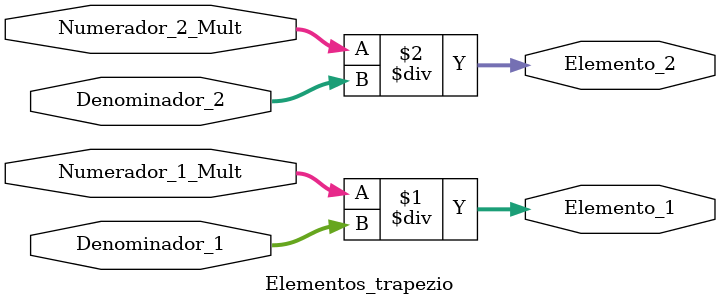
<source format=v>
/*============================================================================================================
 Este programa tem a finalidade de realizar a divisão dos numeradores e denominadores  para a função trapezoidal:
              --------------------------------------------------------------
				  mudar* trimf (X;A,B,C) = max(min{[(x-a)/(b-a)],[(c-x)/(c-b)],[0]} 
				  --------------------------------------------------------------
Onde: Numerador_1 = (x-a);
      Denominador_1 = (b-a);
		Numerador_2 = (d-x);
		Denominador_2 = (d-c);  
                                                /---------\
	                                           /           \
                                              /             \	
												 /               \ 
		                                      a  b         c  d
O numerador utilizado é o que foi no multiplicado pro 100 no programa "trapezio". 
Essa multiplicação foi necessária para que o resultado fosse expressado entre 0 e 100
e não entre um numero fracionário entre 0 e 1 no resultado deste programa.
===============================================================================================================*/	
module Elementos_trapezio (Numerador_1_Mult, Numerador_2_Mult, Denominador_1, Denominador_2, Elemento_1, Elemento_2);
input [31:0] Numerador_1_Mult, Numerador_2_Mult, Denominador_1, Denominador_2;
output [31:0]  Elemento_1, Elemento_2;

assign Elemento_1 = Numerador_1_Mult/Denominador_1;
assign Elemento_2 = Numerador_2_Mult/Denominador_2;


endmodule

</source>
